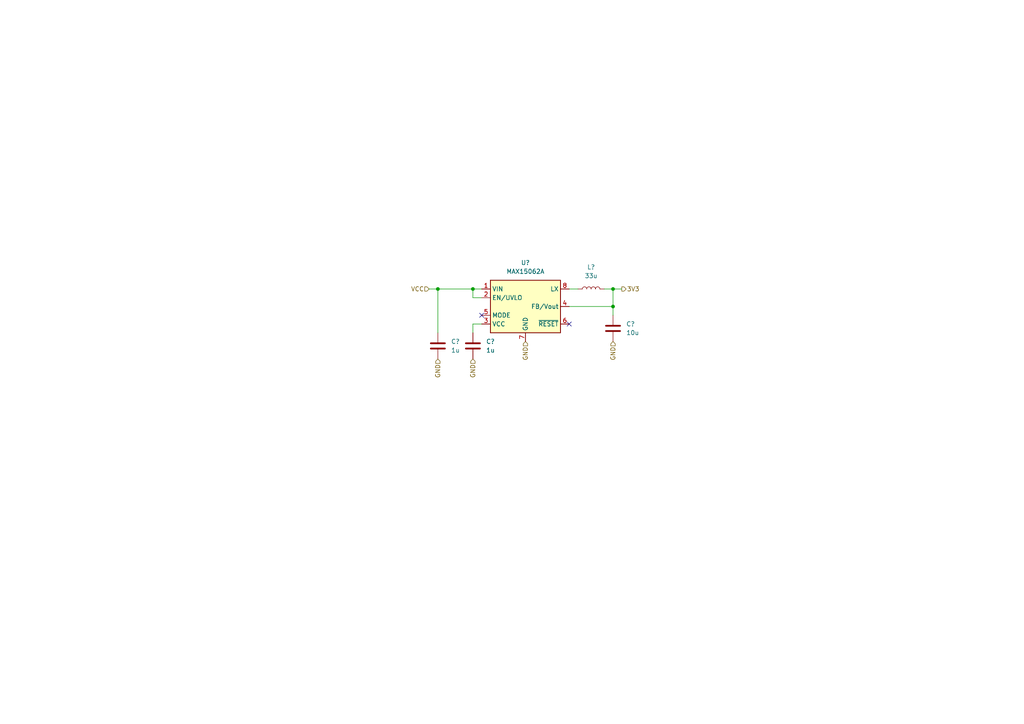
<source format=kicad_sch>
(kicad_sch (version 20211123) (generator eeschema)
  (paper "A4")
  (lib_symbols
    (symbol "Device:C" (pin_numbers hide) (pin_names (offset 0.254))
      (property "Reference" "C" (at 0.635 2.54 0))
      (property "Value" "C" (at 0.635 -2.54 0))
      (symbol "C_0_1"
        (polyline (pts (xy -2.032 -0.762) (xy 2.032 -0.762)) (stroke (width 0.508)))
        (polyline (pts (xy -2.032 0.762) (xy 2.032 0.762)) (stroke (width 0.508)))
      )
      (symbol "C_1_1"
        (pin passive line (at 0 3.81 270) (length 2.794) (name "~") (number "1"))
        (pin passive line (at 0 -3.81 90) (length 2.794) (name "~") (number "2"))
      )
    )
    (symbol "Device:L" (pin_numbers hide) (pin_names (offset 1.016) hide)
      (property "Reference" "L" (at -1.27 0 90))
      (property "Value" "L" (at 1.905 0 90))
      (symbol "L_0_1"
        (arc (start 0 -2.54) (mid 0.635 -1.905) (end 0 -1.27))
        (arc (start 0 -1.27) (mid 0.635 -0.635) (end 0 0))
        (arc (start 0 0) (mid 0.635 0.635) (end 0 1.27))
        (arc (start 0 1.27) (mid 0.635 1.905) (end 0 2.54))
      )
      (symbol "L_1_1"
        (pin passive line (at 0 3.81 270) (length 1.27) (name "1") (number "1"))
        (pin passive line (at 0 -3.81 90) (length 1.27) (name "2") (number "2"))
      )
    )
    (symbol "Regulator_Switching:MAX15062A"
      (property "Reference" "U" (at -10.16 11.43 0))
      (property "Value" "MAX15062A" (at -10.16 8.89 0))
      (symbol "MAX15062A_0_1"
        (rectangle (start -10.16 7.62) (end 10.16 -7.62) (stroke (width 0.254)) (fill (type background)))
      )
      (symbol "MAX15062A_1_1"
        (pin power_in line (at -12.7 5.08 0) (length 2.54) (name "VIN") (number "1"))
        (pin input line (at -12.7 2.54 0) (length 2.54) (name "EN/UVLO") (number "2"))
        (pin power_out line (at -12.7 -5.08 0) (length 2.54) (name "VCC") (number "3"))
        (pin input line (at 12.7 0 180) (length 2.54) (name "FB/Vout") (number "4"))
        (pin input line (at -12.7 -2.54 0) (length 2.54) (name "MODE") (number "5"))
        (pin open_collector line (at 12.7 -5.08 180) (length 2.54) (name "~{RESET}") (number "6"))
        (pin power_in line (at 0 -10.16 90) (length 2.54) (name "GND") (number "7"))
        (pin power_out line (at 12.7 5.08 180) (length 2.54) (name "LX") (number "8"))
      )
    )
  )
  (junction (at 177.8 83.82))
  (junction (at 177.8 88.9))
  (junction (at 137.16 83.82))
  (junction (at 127 83.82))
  (no_connect (at 139.7 91.44))
  (no_connect (at 165.1 93.98))
  (wire (pts (xy 137.16 86.36) (xy 137.16 83.82)))
  (wire (pts (xy 137.16 93.98) (xy 139.7 93.98)))
  (wire (pts (xy 177.8 83.82) (xy 175.26 83.82)))
  (wire (pts (xy 177.8 83.82) (xy 180.34 83.82)))
  (wire (pts (xy 137.16 83.82) (xy 139.7 83.82)))
  (wire (pts (xy 137.16 96.52) (xy 137.16 93.98)))
  (wire (pts (xy 127 96.52) (xy 127 83.82)))
  (wire (pts (xy 177.8 91.44) (xy 177.8 88.9)))
  (wire (pts (xy 124.46 83.82) (xy 127 83.82)))
  (wire (pts (xy 127 83.82) (xy 137.16 83.82)))
  (wire (pts (xy 139.7 86.36) (xy 137.16 86.36)))
  (wire (pts (xy 165.1 83.82) (xy 167.64 83.82)))
  (wire (pts (xy 177.8 88.9) (xy 177.8 83.82)))
  (wire (pts (xy 165.1 88.9) (xy 177.8 88.9)))
  (hierarchical_label "VCC" (shape input) (at 124.46 83.82 180))
  (hierarchical_label "3V3" (shape output) (at 180.34 83.82 0))
  (hierarchical_label "GND" (shape input) (at 127 104.14 270))
  (hierarchical_label "GND" (shape input) (at 177.8 99.06 270))
  (hierarchical_label "GND" (shape input) (at 137.16 104.14 270))
  (hierarchical_label "GND" (shape input) (at 152.4 99.06 270))
  (symbol (lib_id "Regulator_Switching:MAX15062A") (at 152.4 88.9 0) (unit 1)
    (property "Reference" "U?" (at 152.4 76.2 0))
    (property "Value" "MAX15062A" (at 152.4 78.74 0))
    (property "Footprint" "Package_DFN_QFN:DFN-8_2x2mm_P0.5mm" (effects hide))
    (property "Datasheet" "http://datasheets.maximintegrated.com/en/ds/MAX15062.pdf" (effects hide))
    (property "LCSC" "C2846801" (effects hide))
  )
  (symbol (lib_id "Device:C") (at 137.16 100.33 0) (unit 1)
    (property "Reference" "C?" (at 140.97 99.0599 0) (effects (justify left)))
    (property "Value" "1u" (at 140.97 101.5999 0) (effects (justify left)))
    (property "Footprint" "Inductor_SMD:L_0805_2012Metric" (effects hide))
    (property "LCSC" "C385977" (effects hide))
  )
  (symbol (lib_id "Device:L") (at 171.45 83.82 90) (unit 1)
    (property "Reference" "L?" (at 171.45 77.47 90))
    (property "Value" "33u" (at 171.45 80.01 90))
    (property "Footprint" "Inductor_SMD:L_1008_2520Metric" (effects hide))
    (property "Datasheet" "https://datasheet.lcsc.com/lcsc/2304140030_Taiyo-Yuden-LBC2518T330K_C223363.pdf" (effects hide))
    (property "LCSC" "C223363" (effects hide))
  )
  (symbol (lib_id "Device:C") (at 177.8 95.25 0) (unit 1)
    (property "Reference" "C?" (at 181.61 93.9799 0) (effects (justify left)))
    (property "Value" "10u" (at 181.61 96.5199 0) (effects (justify left)))
    (property "Footprint" "Capacitor_SMD:C_0603_1608Metric" (effects hide))
    (property "LCSC" "C576470" (effects hide))
  )
  (symbol (lib_id "Device:C") (at 127 100.33 0) (unit 1)
    (property "Reference" "C?" (at 130.81 99.0599 0) (effects (justify left)))
    (property "Value" "1u" (at 130.81 101.5999 0) (effects (justify left)))
    (property "Footprint" "Inductor_SMD:L_0805_2012Metric" (effects hide))
    (property "LCSC" "C385977" (effects hide))
  )
)
</source>
